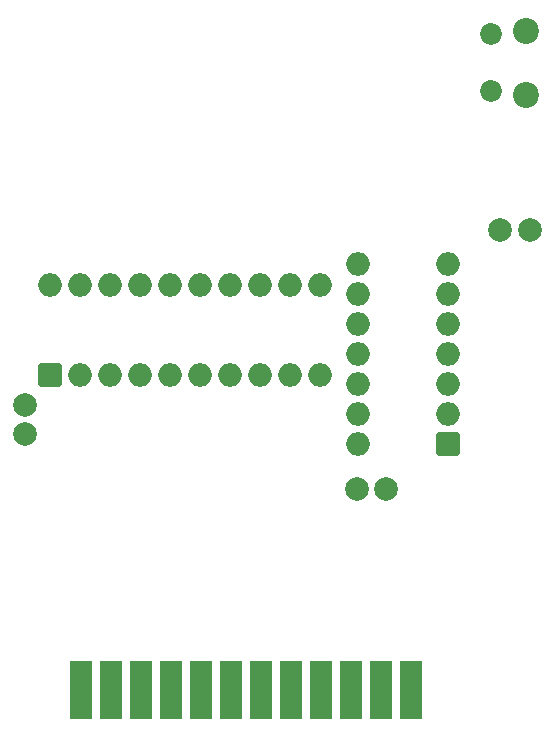
<source format=gbs>
%TF.GenerationSoftware,KiCad,Pcbnew,8.0.8-8.0.8-0~ubuntu22.04.1*%
%TF.CreationDate,2025-02-03T17:59:30-05:00*%
%TF.ProjectId,2600cart,32363030-6361-4727-942e-6b696361645f,rev?*%
%TF.SameCoordinates,Original*%
%TF.FileFunction,Soldermask,Bot*%
%TF.FilePolarity,Negative*%
%FSLAX46Y46*%
G04 Gerber Fmt 4.6, Leading zero omitted, Abs format (unit mm)*
G04 Created by KiCad (PCBNEW 8.0.8-8.0.8-0~ubuntu22.04.1) date 2025-02-03 17:59:30*
%MOMM*%
%LPD*%
G01*
G04 APERTURE LIST*
G04 Aperture macros list*
%AMRoundRect*
0 Rectangle with rounded corners*
0 $1 Rounding radius*
0 $2 $3 $4 $5 $6 $7 $8 $9 X,Y pos of 4 corners*
0 Add a 4 corners polygon primitive as box body*
4,1,4,$2,$3,$4,$5,$6,$7,$8,$9,$2,$3,0*
0 Add four circle primitives for the rounded corners*
1,1,$1+$1,$2,$3*
1,1,$1+$1,$4,$5*
1,1,$1+$1,$6,$7*
1,1,$1+$1,$8,$9*
0 Add four rect primitives between the rounded corners*
20,1,$1+$1,$2,$3,$4,$5,0*
20,1,$1+$1,$4,$5,$6,$7,0*
20,1,$1+$1,$6,$7,$8,$9,0*
20,1,$1+$1,$8,$9,$2,$3,0*%
G04 Aperture macros list end*
%ADD10RoundRect,0.200000X-0.762000X-2.286000X0.762000X-2.286000X0.762000X2.286000X-0.762000X2.286000X0*%
%ADD11C,2.000000*%
%ADD12C,2.200000*%
%ADD13C,1.850000*%
%ADD14RoundRect,0.200000X0.800000X0.800000X-0.800000X0.800000X-0.800000X-0.800000X0.800000X-0.800000X0*%
%ADD15O,2.000000X2.000000*%
%ADD16RoundRect,0.200000X0.800000X-0.800000X0.800000X0.800000X-0.800000X0.800000X-0.800000X-0.800000X0*%
G04 APERTURE END LIST*
D10*
%TO.C,U1*%
X129494000Y-132771400D03*
X126954000Y-132771400D03*
X124414000Y-132771400D03*
X121874000Y-132771400D03*
X119334000Y-132771400D03*
X116794000Y-132771400D03*
X114254000Y-132771400D03*
X111714000Y-132771400D03*
X109174000Y-132771400D03*
X106634000Y-132771400D03*
X104094000Y-132771400D03*
X101554000Y-132771400D03*
%TD*%
D11*
%TO.C,C1*%
X137047600Y-93827600D03*
X139547600Y-93827600D03*
%TD*%
%TO.C,C2*%
X96824800Y-108630400D03*
X96824800Y-111130400D03*
%TD*%
D12*
%TO.C,U4*%
X139265200Y-76929400D03*
D13*
X136235200Y-77229400D03*
X136235200Y-82079400D03*
D12*
X139265200Y-82379400D03*
%TD*%
D14*
%TO.C,U5*%
X132638800Y-111912400D03*
D15*
X132638800Y-109372400D03*
X132638800Y-106832400D03*
X132638800Y-104292400D03*
X132638800Y-101752400D03*
X132638800Y-99212400D03*
X132638800Y-96672400D03*
X125018800Y-96672400D03*
X125018800Y-99212400D03*
X125018800Y-101752400D03*
X125018800Y-104292400D03*
X125018800Y-106832400D03*
X125018800Y-109372400D03*
X125018800Y-111912400D03*
%TD*%
D16*
%TO.C,U3*%
X98958400Y-106070400D03*
D15*
X101498400Y-106070400D03*
X104038400Y-106070400D03*
X106578400Y-106070400D03*
X109118400Y-106070400D03*
X111658400Y-106070400D03*
X114198400Y-106070400D03*
X116738400Y-106070400D03*
X119278400Y-106070400D03*
X121818400Y-106070400D03*
X121818400Y-98450400D03*
X119278400Y-98450400D03*
X116738400Y-98450400D03*
X114198400Y-98450400D03*
X111658400Y-98450400D03*
X109118400Y-98450400D03*
X106578400Y-98450400D03*
X104038400Y-98450400D03*
X101498400Y-98450400D03*
X98958400Y-98450400D03*
%TD*%
D11*
%TO.C,C3*%
X124917200Y-115722400D03*
X127417200Y-115722400D03*
%TD*%
M02*

</source>
